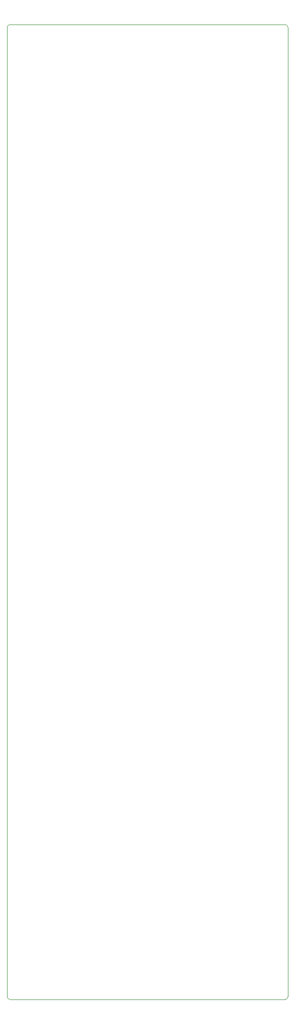
<source format=gm1>
%TF.GenerationSoftware,KiCad,Pcbnew,(5.1.8-0-10_14)*%
%TF.CreationDate,2021-09-01T19:15:24+01:00*%
%TF.ProjectId,4u-2col-blank-ammonite,34752d32-636f-46c2-9d62-6c616e6b2d61,rev?*%
%TF.SameCoordinates,Original*%
%TF.FileFunction,Profile,NP*%
%FSLAX46Y46*%
G04 Gerber Fmt 4.6, Leading zero omitted, Abs format (unit mm)*
G04 Created by KiCad (PCBNEW (5.1.8-0-10_14)) date 2021-09-01 19:15:24*
%MOMM*%
%LPD*%
G01*
G04 APERTURE LIST*
%TA.AperFunction,Profile*%
%ADD10C,0.050000*%
%TD*%
G04 APERTURE END LIST*
D10*
X100500000Y-192000000D02*
G75*
G02*
X100000000Y-192500000I-500000J0D01*
G01*
X50500000Y-192500000D02*
G75*
G02*
X50000000Y-192000000I0J500000D01*
G01*
X50000000Y-18000000D02*
G75*
G02*
X50500000Y-17500000I500000J0D01*
G01*
X100000000Y-17500000D02*
G75*
G02*
X100500000Y-18000000I0J-500000D01*
G01*
X50000000Y-18000000D02*
X50000000Y-192000000D01*
X100000000Y-17500000D02*
X50500000Y-17500000D01*
X100500000Y-192000000D02*
X100500000Y-18000000D01*
X50500000Y-192500000D02*
X100000000Y-192500000D01*
M02*

</source>
